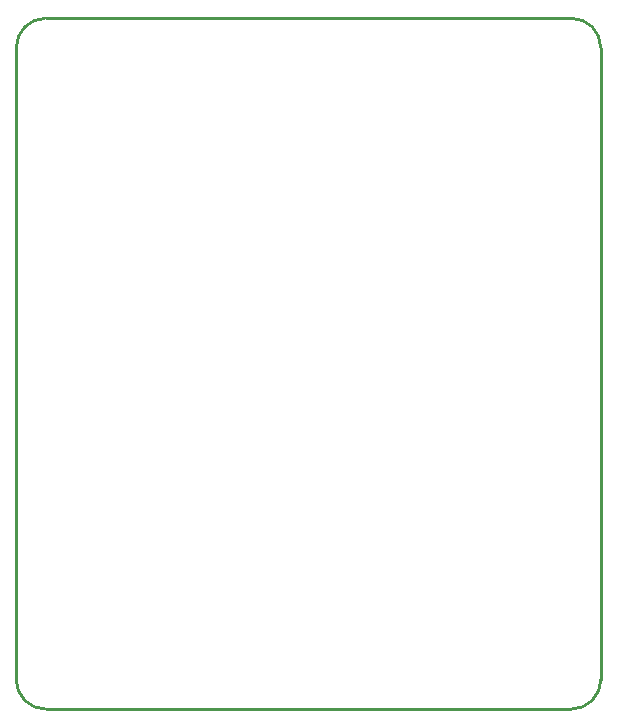
<source format=gko>
G04 Layer: BoardOutline*
G04 EasyEDA v6.1.49, Tue, 11 Jun 2019 08:39:05 GMT*
G04 95c1c70a206543ea8c01bf924e9efc33,195b170a8e6c43a181dcefc3e1346bee,10*
G04 Gerber Generator version 0.2*
G04 Scale: 100 percent, Rotated: No, Reflected: No *
G04 Dimensions in millimeters *
G04 leading zeros omitted , absolute positions ,3 integer and 3 decimal *
%FSLAX33Y33*%
%MOMM*%
G90*
G71D02*

%ADD10C,0.254000*%
G54D10*
G75*
G01X0Y56000D02*
G02X2500Y58500I2500J0D01*
G01*
G75*
G01X47000Y58500D02*
G02X49500Y56000I0J-2500D01*
G01*
G75*
G01X49500Y2500D02*
G02X47000Y0I-2500J0D01*
G01*
G75*
G01X2500Y0D02*
G02X0Y2500I0J2500D01*
G01*
G01X2500Y58499D02*
G01X46999Y58499D01*
G01X49499Y56000D02*
G01X49499Y2500D01*
G01X0Y2500D02*
G01X0Y56000D01*
G01X46999Y1D02*
G01X2500Y1D01*

%LPD*%
M00*
M02*

</source>
